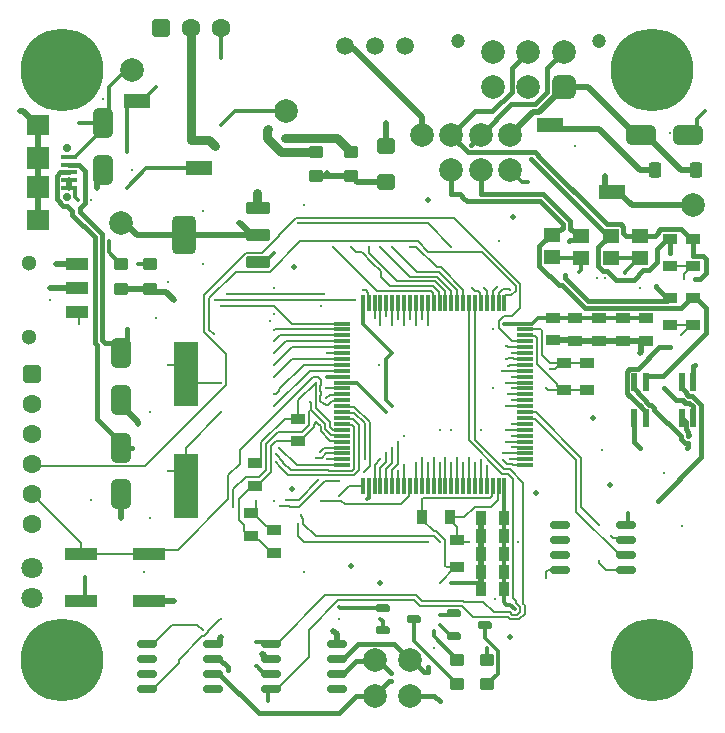
<source format=gtl>
G04*
G04 #@! TF.GenerationSoftware,Altium Limited,Altium Designer,23.11.1 (41)*
G04*
G04 Layer_Physical_Order=1*
G04 Layer_Color=255*
%FSLAX44Y44*%
%MOMM*%
G71*
G04*
G04 #@! TF.SameCoordinates,6A4E213B-EB00-483D-B04E-4E1FD21C6EA7*
G04*
G04*
G04 #@! TF.FilePolarity,Positive*
G04*
G01*
G75*
%ADD15C,0.2000*%
%ADD17R,1.3000X0.9000*%
%ADD18R,0.9000X1.3000*%
%ADD19C,2.0000*%
%ADD20R,1.3500X1.1500*%
G04:AMPARAMS|DCode=21|XSize=0.65mm|YSize=1.2mm|CornerRadius=0.1625mm|HoleSize=0mm|Usage=FLASHONLY|Rotation=90.000|XOffset=0mm|YOffset=0mm|HoleType=Round|Shape=RoundedRectangle|*
%AMROUNDEDRECTD21*
21,1,0.6500,0.8750,0,0,90.0*
21,1,0.3250,1.2000,0,0,90.0*
1,1,0.3250,0.4375,0.1625*
1,1,0.3250,0.4375,-0.1625*
1,1,0.3250,-0.4375,-0.1625*
1,1,0.3250,-0.4375,0.1625*
%
%ADD21ROUNDEDRECTD21*%
G04:AMPARAMS|DCode=22|XSize=0.65mm|YSize=1.7mm|CornerRadius=0.1625mm|HoleSize=0mm|Usage=FLASHONLY|Rotation=90.000|XOffset=0mm|YOffset=0mm|HoleType=Round|Shape=RoundedRectangle|*
%AMROUNDEDRECTD22*
21,1,0.6500,1.3750,0,0,90.0*
21,1,0.3250,1.7000,0,0,90.0*
1,1,0.3250,0.6875,0.1625*
1,1,0.3250,0.6875,-0.1625*
1,1,0.3250,-0.6875,-0.1625*
1,1,0.3250,-0.6875,0.1625*
%
%ADD22ROUNDEDRECTD22*%
%ADD23R,0.3000X1.4750*%
%ADD24R,1.4750X0.3000*%
%ADD25R,1.9000X1.9000*%
%ADD26R,1.9000X1.8000*%
%ADD27R,1.3500X0.4000*%
G04:AMPARAMS|DCode=28|XSize=1.2mm|YSize=1.1mm|CornerRadius=0.275mm|HoleSize=0mm|Usage=FLASHONLY|Rotation=180.000|XOffset=0mm|YOffset=0mm|HoleType=Round|Shape=RoundedRectangle|*
%AMROUNDEDRECTD28*
21,1,1.2000,0.5500,0,0,180.0*
21,1,0.6500,1.1000,0,0,180.0*
1,1,0.5500,-0.3250,0.2750*
1,1,0.5500,0.3250,0.2750*
1,1,0.5500,0.3250,-0.2750*
1,1,0.5500,-0.3250,-0.2750*
%
%ADD28ROUNDEDRECTD28*%
G04:AMPARAMS|DCode=29|XSize=1.7mm|YSize=2.5mm|CornerRadius=0.425mm|HoleSize=0mm|Usage=FLASHONLY|Rotation=0.000|XOffset=0mm|YOffset=0mm|HoleType=Round|Shape=RoundedRectangle|*
%AMROUNDEDRECTD29*
21,1,1.7000,1.6500,0,0,0.0*
21,1,0.8500,2.5000,0,0,0.0*
1,1,0.8500,0.4250,-0.8250*
1,1,0.8500,-0.4250,-0.8250*
1,1,0.8500,-0.4250,0.8250*
1,1,0.8500,0.4250,0.8250*
%
%ADD29ROUNDEDRECTD29*%
G04:AMPARAMS|DCode=30|XSize=1.7mm|YSize=2.5mm|CornerRadius=0.425mm|HoleSize=0mm|Usage=FLASHONLY|Rotation=270.000|XOffset=0mm|YOffset=0mm|HoleType=Round|Shape=RoundedRectangle|*
%AMROUNDEDRECTD30*
21,1,1.7000,1.6500,0,0,270.0*
21,1,0.8500,2.5000,0,0,270.0*
1,1,0.8500,-0.8250,-0.4250*
1,1,0.8500,-0.8250,0.4250*
1,1,0.8500,0.8250,0.4250*
1,1,0.8500,0.8250,-0.4250*
%
%ADD30ROUNDEDRECTD30*%
%ADD31R,2.2000X1.3000*%
G04:AMPARAMS|DCode=32|XSize=1.3mm|YSize=1.1mm|CornerRadius=0.275mm|HoleSize=0mm|Usage=FLASHONLY|Rotation=90.000|XOffset=0mm|YOffset=0mm|HoleType=Round|Shape=RoundedRectangle|*
%AMROUNDEDRECTD32*
21,1,1.3000,0.5500,0,0,90.0*
21,1,0.7500,1.1000,0,0,90.0*
1,1,0.5500,0.2750,0.3750*
1,1,0.5500,0.2750,-0.3750*
1,1,0.5500,-0.2750,-0.3750*
1,1,0.5500,-0.2750,0.3750*
%
%ADD32ROUNDEDRECTD32*%
%ADD33R,0.5500X1.5000*%
G04:AMPARAMS|DCode=34|XSize=3.3mm|YSize=2.1mm|CornerRadius=0.525mm|HoleSize=0mm|Usage=FLASHONLY|Rotation=270.000|XOffset=0mm|YOffset=0mm|HoleType=Round|Shape=RoundedRectangle|*
%AMROUNDEDRECTD34*
21,1,3.3000,1.0500,0,0,270.0*
21,1,2.2500,2.1000,0,0,270.0*
1,1,1.0500,-0.5250,-1.1250*
1,1,1.0500,-0.5250,1.1250*
1,1,1.0500,0.5250,1.1250*
1,1,1.0500,0.5250,-1.1250*
%
%ADD34ROUNDEDRECTD34*%
G04:AMPARAMS|DCode=35|XSize=1mm|YSize=2.1mm|CornerRadius=0.25mm|HoleSize=0mm|Usage=FLASHONLY|Rotation=270.000|XOffset=0mm|YOffset=0mm|HoleType=Round|Shape=RoundedRectangle|*
%AMROUNDEDRECTD35*
21,1,1.0000,1.6000,0,0,270.0*
21,1,0.5000,2.1000,0,0,270.0*
1,1,0.5000,-0.8000,-0.2500*
1,1,0.5000,-0.8000,0.2500*
1,1,0.5000,0.8000,0.2500*
1,1,0.5000,0.8000,-0.2500*
%
%ADD35ROUNDEDRECTD35*%
%ADD36R,2.7500X1.0000*%
%ADD37R,1.9000X1.0000*%
%ADD38R,2.0000X5.5000*%
G04:AMPARAMS|DCode=39|XSize=1.6mm|YSize=1.4mm|CornerRadius=0.35mm|HoleSize=0mm|Usage=FLASHONLY|Rotation=180.000|XOffset=0mm|YOffset=0mm|HoleType=Round|Shape=RoundedRectangle|*
%AMROUNDEDRECTD39*
21,1,1.6000,0.7000,0,0,180.0*
21,1,0.9000,1.4000,0,0,180.0*
1,1,0.7000,-0.4500,0.3500*
1,1,0.7000,0.4500,0.3500*
1,1,0.7000,0.4500,-0.3500*
1,1,0.7000,-0.4500,-0.3500*
%
%ADD39ROUNDEDRECTD39*%
%ADD75C,0.3000*%
%ADD76C,0.3810*%
%ADD77C,0.5000*%
%ADD78C,0.8000*%
G04:AMPARAMS|DCode=79|XSize=2mm|YSize=2mm|CornerRadius=0.5mm|HoleSize=0mm|Usage=FLASHONLY|Rotation=90.000|XOffset=0mm|YOffset=0mm|HoleType=Round|Shape=RoundedRectangle|*
%AMROUNDEDRECTD79*
21,1,2.0000,1.0000,0,0,90.0*
21,1,1.0000,2.0000,0,0,90.0*
1,1,1.0000,0.5000,0.5000*
1,1,1.0000,0.5000,-0.5000*
1,1,1.0000,-0.5000,-0.5000*
1,1,1.0000,-0.5000,0.5000*
%
%ADD79ROUNDEDRECTD79*%
%ADD80C,1.2000*%
%ADD81C,7.0000*%
%ADD82C,0.7000*%
%ADD83C,1.5000*%
%ADD84C,1.6000*%
G04:AMPARAMS|DCode=85|XSize=1.6mm|YSize=1.6mm|CornerRadius=0.4mm|HoleSize=0mm|Usage=FLASHONLY|Rotation=0.000|XOffset=0mm|YOffset=0mm|HoleType=Round|Shape=RoundedRectangle|*
%AMROUNDEDRECTD85*
21,1,1.6000,0.8000,0,0,0.0*
21,1,0.8000,1.6000,0,0,0.0*
1,1,0.8000,0.4000,-0.4000*
1,1,0.8000,-0.4000,-0.4000*
1,1,0.8000,-0.4000,0.4000*
1,1,0.8000,0.4000,0.4000*
%
%ADD85ROUNDEDRECTD85*%
G04:AMPARAMS|DCode=86|XSize=1.6mm|YSize=1.6mm|CornerRadius=0.4mm|HoleSize=0mm|Usage=FLASHONLY|Rotation=270.000|XOffset=0mm|YOffset=0mm|HoleType=Round|Shape=RoundedRectangle|*
%AMROUNDEDRECTD86*
21,1,1.6000,0.8000,0,0,270.0*
21,1,0.8000,1.6000,0,0,270.0*
1,1,0.8000,-0.4000,-0.4000*
1,1,0.8000,-0.4000,0.4000*
1,1,0.8000,0.4000,0.4000*
1,1,0.8000,0.4000,-0.4000*
%
%ADD86ROUNDEDRECTD86*%
%ADD87C,1.3000*%
%ADD88C,1.8000*%
%ADD89C,0.3000*%
%ADD90C,0.5000*%
D15*
X425626Y364467D02*
X426111Y363981D01*
X429278D01*
X420500Y360998D02*
X423969Y364467D01*
X434500Y362457D02*
Y366864D01*
X423969Y364467D02*
X425626D01*
X429278Y363981D02*
X429469Y363790D01*
X425500Y358755D02*
X430798D01*
X434500Y362457D01*
X407701Y364993D02*
X410000Y362694D01*
Y352380D02*
Y362694D01*
Y352380D02*
X410000Y352380D01*
X397501Y364993D02*
X397772D01*
X400009Y362755D02*
X402743D01*
X397772Y364993D02*
X400009Y362755D01*
X402743D02*
X404500Y360998D01*
X576672Y377172D02*
X583000Y383500D01*
X576672Y373110D02*
Y377172D01*
X576635Y373074D02*
X576672Y373110D01*
X395000Y236140D02*
Y352380D01*
X260771Y261979D02*
Y268156D01*
X253743Y243000D02*
X259500Y248757D01*
Y260708D01*
X260682Y268200D02*
X260873Y268391D01*
X259500Y260708D02*
X260771Y261979D01*
X267257Y250065D02*
X269245Y248077D01*
Y243944D02*
Y248077D01*
X266820Y250065D02*
X267257D01*
X264000Y249115D02*
X264944Y250060D01*
X265135Y251751D02*
X266820Y250065D01*
X264944Y250060D02*
Y251288D01*
X260727Y268200D02*
X260771Y268156D01*
X264944Y251288D02*
X265136Y251480D01*
X264000Y247500D02*
Y249115D01*
X252000Y235500D02*
X264000Y247500D01*
X460253Y119747D02*
Y124778D01*
X420500Y331172D02*
Y336864D01*
X424618Y340982D02*
X431665D01*
X420500Y331172D02*
X431665Y320007D01*
X420500Y336864D02*
X424618Y340982D01*
X382521Y424500D02*
X438500Y368521D01*
X360000Y420000D02*
X380000Y400000D01*
X233957Y409179D02*
Y410321D01*
X248136Y424500D01*
X382521D01*
X206222Y395000D02*
X219778D01*
X250000Y420000D02*
X360000D01*
X295000Y400000D02*
X299500Y395500D01*
X317245Y362755D02*
X357257D01*
X280000Y400000D02*
X317245Y362755D01*
X299500Y395500D02*
X303843D01*
X429019Y300007D02*
X444045D01*
X295000Y355000D02*
X298310D01*
X180000D02*
X295000D01*
X190000Y360000D02*
X272500D01*
X185000Y350000D02*
X230000D01*
X175000Y356364D02*
X197636Y379000D01*
X175000Y330271D02*
Y356364D01*
X428414Y299402D02*
X429019Y300007D01*
X428143Y299402D02*
X428414D01*
X423057Y294902D02*
X438941D01*
X422960Y294804D02*
X423057Y294902D01*
X438941D02*
X439045Y295007D01*
X431665Y230271D02*
X431801Y230135D01*
X443916D01*
X424507Y224996D02*
X439035D01*
X423462Y225771D02*
X423733D01*
X424507Y224996D01*
X443916Y230135D02*
X444045Y230007D01*
X427165Y215995D02*
X431056D01*
X423796Y219364D02*
X427165Y215995D01*
X423144Y207995D02*
X427743D01*
X432000Y102257D02*
Y203738D01*
X441000Y97515D02*
Y200394D01*
X424801Y211995D02*
X429399D01*
X400000Y236796D02*
X424801Y211995D01*
X410000Y197620D02*
X410000Y197620D01*
X410000Y197620D02*
Y214472D01*
X395000Y236140D02*
X423144Y207995D01*
X429932Y220495D02*
X430202D01*
X430698Y220000D01*
X442380D01*
X272272Y230000D02*
X287620D01*
X268636Y226364D02*
X272272Y230000D01*
X252524Y172205D02*
Y172476D01*
Y172205D02*
X254803Y169926D01*
Y165197D02*
Y169926D01*
X175068Y329932D02*
X178822Y326178D01*
X175000Y330271D02*
X175068Y330202D01*
Y329932D02*
Y330202D01*
X170500Y328136D02*
Y359278D01*
X189500Y283136D02*
Y309136D01*
X170500Y359278D02*
X206222Y395000D01*
X170500Y328136D02*
X189500Y309136D01*
X330000Y333500D02*
Y350880D01*
X315000Y339500D02*
Y352380D01*
X325000Y341364D02*
Y352380D01*
X320000Y333500D02*
Y350880D01*
X309500Y352880D02*
Y360998D01*
Y352880D02*
X310000Y352380D01*
X305191Y363064D02*
X307434D01*
X309500Y360998D01*
X305000Y363255D02*
X305191Y363064D01*
X340000Y333500D02*
Y350880D01*
X345000Y338500D02*
Y352380D01*
X335000Y338500D02*
Y355880D01*
X345000Y352380D02*
Y355880D01*
X252278Y404500D02*
X351655D01*
X226778Y379000D02*
X252278Y404500D01*
X350000Y333500D02*
Y350880D01*
X351655Y404500D02*
X360654Y395500D01*
X360000Y333500D02*
Y350880D01*
X355000Y352380D02*
Y355880D01*
Y338500D02*
Y352380D01*
X431674Y310009D02*
X444043D01*
X428296Y315007D02*
X439045D01*
X426936Y304612D02*
X427841Y305517D01*
X426936Y316367D02*
X428296Y315007D01*
X426665Y316367D02*
X426936D01*
X426665Y304612D02*
X426936D01*
X427841Y305517D02*
X432519D01*
X275000Y310000D02*
X287620D01*
X275000Y310000D02*
X275000Y310000D01*
X231475Y217500D02*
X235195Y213780D01*
Y213442D02*
X241636Y207000D01*
X265000Y221500D02*
X270136D01*
X235195Y213442D02*
Y213780D01*
X270136Y221500D02*
X273636Y225000D01*
X306408Y209719D02*
X310995Y214306D01*
X306495Y220000D02*
Y250556D01*
X315000Y215000D02*
X320000Y220000D01*
X310995Y214306D02*
Y251713D01*
X320000Y199120D02*
Y212678D01*
X315000Y204120D02*
Y215000D01*
X320000Y212678D02*
X325000Y217678D01*
X297551Y259500D02*
X306495Y250556D01*
X250303Y154697D02*
Y165303D01*
X214643Y178000D02*
Y185000D01*
X210000Y174500D02*
X211143D01*
X235303Y180303D02*
X243317D01*
X250303Y154697D02*
X255000Y150000D01*
X254803Y165197D02*
X265000Y155000D01*
X211143Y174500D02*
X214643Y178000D01*
X243317Y180303D02*
X243621Y180000D01*
X251364D01*
X490000D02*
X505253Y164747D01*
X429630Y90500D02*
X431636Y88494D01*
X435364Y97494D02*
X438000Y94858D01*
X427973Y86500D02*
X429979Y84494D01*
X460253Y124778D02*
X461425Y125950D01*
X472000D01*
X438000Y91130D02*
Y94858D01*
X435364Y88494D02*
X438000Y91130D01*
X431636Y88494D02*
X435364D01*
X415781Y90500D02*
X429630D01*
X437021Y84494D02*
X442000Y89473D01*
X434500Y98358D02*
Y99757D01*
X398041Y86500D02*
X427973D01*
X429979Y84494D02*
X437021D01*
X442000Y89473D02*
Y96515D01*
X441000Y97515D02*
X442000Y96515D01*
X434500Y98358D02*
X435364Y97494D01*
X505000Y132171D02*
Y134144D01*
X526136Y153214D02*
X528000Y151350D01*
X515271Y155000D02*
X517057Y153214D01*
X515000Y155000D02*
X515271D01*
X517057Y153214D02*
X526136D01*
X431665Y290007D02*
X444045D01*
X431665Y270007D02*
X444045D01*
X444043Y310009D02*
X444045Y310007D01*
X426665Y285007D02*
X439045D01*
X431665Y320007D02*
X444045D01*
X431665Y280007D02*
X444045D01*
X428165Y275007D02*
X440545D01*
X431665Y340982D02*
X438500Y347816D01*
X419069Y365931D02*
Y365931D01*
X415500Y352880D02*
Y362362D01*
X433029Y305007D02*
X439045D01*
X438500Y347816D02*
Y368521D01*
X432519Y305517D02*
X433029Y305007D01*
X360654Y395500D02*
X405864D01*
X434500Y366864D01*
X415000Y352380D02*
X415500Y352880D01*
X431665Y310017D02*
X431674Y310009D01*
X415500Y362362D02*
X419069Y365931D01*
X461771Y278500D02*
X473000D01*
X460271Y280000D02*
X461771Y278500D01*
X463418Y296582D02*
X468082D01*
X460000Y280000D02*
X460271D01*
X239834Y185618D02*
X250618D01*
X406781Y99500D02*
X415781Y90500D01*
X432000Y102257D02*
X434500Y99757D01*
X390698Y99500D02*
X406781D01*
X390448Y99750D02*
X390698Y99500D01*
X485942Y175458D02*
X522750Y138650D01*
X442380Y255000D02*
X442880Y255500D01*
X468082Y296582D02*
X473000Y301500D01*
X463500D02*
X473000D01*
X173978Y75069D02*
X183718Y84809D01*
X149246Y47946D02*
Y50337D01*
X127250Y25950D02*
X149246Y47946D01*
X170621Y70300D02*
X173978Y73658D01*
X169209Y70300D02*
X170621D01*
X173978Y73658D02*
Y75069D01*
X165000Y80000D02*
X169478Y75522D01*
X149246Y50337D02*
X169209Y70300D01*
X143200Y80000D02*
X165000D01*
X140000Y210000D02*
X146000D01*
X155000Y201000D01*
X265500Y263136D02*
Y267783D01*
X276974Y274914D02*
X287534D01*
X273682Y271622D02*
X276974Y274914D01*
X265182Y268101D02*
Y277182D01*
X270000Y282682D02*
Y287071D01*
X287534Y274914D02*
X287620Y275000D01*
X269182Y269758D02*
X271818Y267122D01*
X269182Y278136D02*
X270000Y277318D01*
Y274304D02*
Y277318D01*
X269182Y273486D02*
X270000Y274304D01*
X269182Y281864D02*
X270000Y282682D01*
X265182Y268101D02*
X265500Y267783D01*
X269182Y278136D02*
Y281864D01*
Y269758D02*
Y273486D01*
X273682Y280000D02*
X287620D01*
X271818Y267122D02*
X272878D01*
X273923Y266077D01*
X265000Y277364D02*
X265182Y277182D01*
X273636Y225000D02*
X287620D01*
X275000Y220000D02*
X275000Y220000D01*
X287620D01*
X276521Y210500D02*
X296238D01*
X276021Y211000D02*
X276521Y210500D01*
X274864Y206500D02*
X297894D01*
X274364Y207000D02*
X274864Y206500D01*
X244000Y211000D02*
X276021D01*
X250618Y185618D02*
X267500Y202500D01*
X237833Y217167D02*
X244000Y211000D01*
X241636Y207000D02*
X274364D01*
X230000Y350000D02*
X245000Y335000D01*
X287620D01*
X230005Y329531D02*
X230276D01*
X230745Y330000D02*
X287620D01*
X230276Y329531D02*
X230745Y330000D01*
X235000Y325000D02*
X287620D01*
X230000Y320000D02*
X235000Y325000D01*
X348593Y100750D02*
X353593Y95750D01*
X350000Y105000D02*
X355250Y99750D01*
X388791Y95750D02*
X398041Y86500D01*
X353593Y95750D02*
X388791D01*
X355250Y99750D02*
X390448D01*
X289561Y181803D02*
X337301D01*
X286864Y184500D02*
X289561Y181803D01*
X337301D02*
X344500Y189002D01*
X429399Y211995D02*
X441000Y200394D01*
X283136Y184500D02*
X286864D01*
X282636Y185000D02*
X283136Y184500D01*
X293620Y197620D02*
X305000D01*
X270000Y185000D02*
X282636D01*
X285000Y189000D02*
X293620Y197620D01*
X376500Y128500D02*
X383000D01*
X370191Y115191D02*
Y115691D01*
X370000Y115000D02*
X370191Y115191D01*
X383000Y128500D02*
X385000D01*
X370191Y115691D02*
X383000Y128500D01*
X386500Y150000D02*
X395000D01*
X385000Y151500D02*
X386500Y150000D01*
X565000Y383500D02*
X583000D01*
X585000D01*
X565000Y333500D02*
X583000D01*
X574595Y325000D02*
Y325095D01*
X583000Y333500D02*
X585000D01*
X574595Y325095D02*
X583000Y333500D01*
X473000Y301500D02*
X475000D01*
X473000Y278500D02*
X475000D01*
X456827Y308173D02*
X463500Y301500D01*
X455655Y330000D02*
X456827Y328828D01*
X442380Y330000D02*
X455655D01*
X456827Y308173D02*
Y328828D01*
X469500Y282000D02*
X473000Y278500D01*
X452755Y300745D02*
X469500Y284000D01*
X452755Y300745D02*
Y322743D01*
X450998Y324500D02*
X452755Y322743D01*
X442880Y324500D02*
X450998D01*
X469500Y282000D02*
Y284000D01*
X442380Y325000D02*
X442880Y324500D01*
X475000Y278500D02*
X495000D01*
X475000Y301500D02*
X495000D01*
X400000Y180000D02*
X413601D01*
X419551Y185950D02*
Y197171D01*
X413601Y180000D02*
X419551Y185950D01*
Y197171D02*
X420000Y197620D01*
X355000Y171550D02*
Y186073D01*
X412743Y187245D02*
X414500Y189002D01*
X355000Y186073D02*
X356172Y187245D01*
X412743D01*
X391000Y171000D02*
X400000Y180000D01*
X378550Y171000D02*
X391000D01*
X378550Y169000D02*
X385000Y162550D01*
Y151500D02*
Y162550D01*
X378550Y169000D02*
Y171000D01*
X375000Y130000D02*
X376500Y128500D01*
X367364Y159000D02*
X375000Y151364D01*
Y130000D02*
Y151364D01*
X355550Y169000D02*
Y171000D01*
Y169000D02*
X365550Y159000D01*
X367364D01*
X355000Y171550D02*
X355550Y171000D01*
X414500Y197120D02*
X415000Y197620D01*
X414500Y189002D02*
Y197120D01*
X261000Y261979D02*
X273245Y249734D01*
X195053Y194496D02*
X205732Y205175D01*
X217218D02*
X222975Y210932D01*
X211475Y197675D02*
X215475D01*
X191053Y206710D02*
X200689Y216346D01*
X215475Y197675D02*
X226975Y209175D01*
X222975Y210932D02*
Y232975D01*
X231157Y235500D02*
X252000D01*
X148500Y143500D02*
X191053Y186053D01*
Y206710D01*
X200689Y216346D02*
Y227760D01*
X233000Y243000D02*
X253743D01*
X222975Y232975D02*
X233000Y243000D01*
X205732Y205175D02*
X217218D01*
X231475Y224318D02*
X237833Y217960D01*
X226975Y209175D02*
Y231318D01*
X237833Y217167D02*
Y217960D01*
X195053Y179947D02*
Y194496D01*
X226975Y231318D02*
X231157Y235500D01*
X265500Y263136D02*
X277245Y251391D01*
X267071Y290000D02*
X270000Y287071D01*
X262929Y290000D02*
X267071D01*
X200689Y227760D02*
X262929Y290000D01*
X250000Y254500D02*
Y270000D01*
X265000Y285000D01*
X230000Y265000D02*
X260000Y295000D01*
X238843Y254500D02*
X250000D01*
X218975Y234632D02*
X238843Y254500D01*
X200500Y186700D02*
X211475Y197675D01*
X200500Y168757D02*
Y186700D01*
X217000Y152000D02*
X228000Y141000D01*
X213500Y152000D02*
X217000D01*
X228000Y141000D02*
X230000D01*
X210000Y155500D02*
X213500Y152000D01*
X204500Y159000D02*
Y164757D01*
X200500Y168757D02*
X204500Y164757D01*
X208000Y155500D02*
X210000D01*
X204500Y159000D02*
X208000Y155500D01*
X212000Y174500D02*
X223000Y163500D01*
X226500D02*
X230000Y160000D01*
X210000Y174500D02*
X212000D01*
X223000Y163500D02*
X226500D01*
X218975Y220175D02*
Y234632D01*
X213475Y216675D02*
X215475D01*
X218975Y220175D01*
X273923Y266077D02*
X275580D01*
X279002Y269500D01*
X287120Y269500D02*
X287620Y270000D01*
X280073Y269500D02*
X280073Y269500D01*
X279002Y269500D02*
X280073D01*
X280073Y269500D02*
X287120D01*
X234500Y229997D02*
X249497Y215000D01*
X287620D01*
X505000Y132171D02*
X511221Y125950D01*
X66250Y140000D02*
X123750D01*
X127250Y143500D02*
X148500D01*
X219778Y395000D02*
X233957Y409179D01*
X120614Y214250D02*
X189500Y283136D01*
X25000Y215800D02*
X26550Y214250D01*
X120614D01*
X197636Y379000D02*
X226778D01*
X425000Y358255D02*
X425500Y358755D01*
X425000Y352380D02*
Y358255D01*
X371027Y382755D02*
X390000Y363782D01*
Y352380D02*
Y363782D01*
X65000Y335000D02*
Y342750D01*
X62750Y345000D02*
X65000Y342750D01*
X234500Y279500D02*
X255000Y300000D01*
X66250Y140000D02*
Y149150D01*
X25000Y190400D02*
X66250Y149150D01*
X273200Y105000D02*
X350000D01*
X227000Y64050D02*
X232250D01*
X273200Y105000D01*
X432045Y215007D02*
X439045D01*
X400000Y236796D02*
Y352380D01*
X431056Y215995D02*
X432045Y215007D01*
X405000Y204120D02*
Y219472D01*
X284386Y100750D02*
X348593D01*
X427743Y207995D02*
X432000Y203738D01*
X259250Y75614D02*
X284386Y100750D01*
X232250Y25950D02*
X259250Y52950D01*
Y75614D01*
X227000Y25950D02*
X232250D01*
X226740D02*
X227000D01*
X183718Y84809D02*
X184809D01*
X122000Y25950D02*
X127250D01*
X184809Y84809D02*
X185000Y85000D01*
X122000Y64050D02*
X127250D01*
X143200Y80000D01*
X155000Y292500D02*
X162500Y285000D01*
X185000D01*
X155000Y201000D02*
Y230000D01*
Y197500D02*
Y201000D01*
Y230000D02*
X185000Y260000D01*
X265000Y277364D02*
Y285000D01*
X260000Y295000D02*
X287620D01*
X234500Y278136D02*
Y279500D01*
X255000Y300000D02*
X287620D01*
X231864Y275500D02*
X234500Y278136D01*
X230000Y275000D02*
X230500Y275500D01*
X231864D01*
X140000Y300000D02*
X147500D01*
X155000Y292500D01*
X451326Y259828D02*
X490000Y221154D01*
Y180000D02*
Y221154D01*
X442380Y260000D02*
X442552Y259828D01*
X451326D01*
X511221Y125950D02*
X528000D01*
X485942Y175458D02*
Y219556D01*
X450998Y254500D02*
X485942Y219556D01*
X522750Y138650D02*
X528000D01*
X442880Y254500D02*
X450998D01*
X442380Y255000D02*
X442880Y254500D01*
X335000Y216364D02*
Y235000D01*
X330000Y217021D02*
Y230000D01*
X297995Y264713D02*
X310995Y251713D01*
X287907Y264713D02*
X297995D01*
X287620Y265000D02*
X287907Y264713D01*
X325000Y204120D02*
Y212021D01*
X330000Y217021D01*
X325000Y217678D02*
Y225000D01*
X330000Y199120D02*
Y211364D01*
X335000Y216364D01*
X273364Y202000D02*
X285000D01*
X251364Y180000D02*
X273364Y202000D01*
X288120Y259500D02*
X297551D01*
X287620Y260000D02*
X288120Y259500D01*
X301995Y210601D02*
Y249400D01*
X273245Y245601D02*
Y249734D01*
X277245Y247257D02*
Y251391D01*
X273245Y245601D02*
X278346Y240500D01*
X277245Y247257D02*
X279002Y245500D01*
X297894Y206500D02*
X301995Y210601D01*
X297995Y212257D02*
Y247743D01*
X296238Y210500D02*
X297995Y212257D01*
X287620Y255000D02*
X288120Y254500D01*
X296894D01*
X301995Y249400D01*
X296238Y249500D02*
X297995Y247743D01*
X288120Y249500D02*
X296238D01*
X287620Y250000D02*
X288120Y249500D01*
X245000Y305000D02*
X287620D01*
X230000Y290000D02*
X245000Y305000D01*
X230000Y300000D02*
X245000Y315000D01*
X287620D01*
X230000Y310000D02*
X240000Y320000D01*
X287620D01*
X287120Y240500D02*
X287620Y240000D01*
X278346Y240500D02*
X287120D01*
X277689Y235500D02*
X287120D01*
X269245Y243944D02*
X277689Y235500D01*
X287120D02*
X287620Y235000D01*
X280000Y245000D02*
X287620D01*
X279002Y245500D02*
X279500D01*
X280000Y245000D01*
X369500Y352880D02*
Y361655D01*
X364399Y366755D02*
X369500Y361655D01*
X374500Y352880D02*
Y362311D01*
X366056Y370755D02*
X374500Y362311D01*
X379713Y352667D02*
X380000Y352380D01*
X367713Y374755D02*
X379713Y362755D01*
Y352667D02*
Y362755D01*
X352287Y374755D02*
X367713D01*
X369370Y378755D02*
X384500Y363625D01*
Y352880D02*
Y363625D01*
X310000Y395000D02*
Y400000D01*
Y395000D02*
X334245Y370755D01*
X303843Y395500D02*
X305000Y394343D01*
X364500Y352380D02*
Y360998D01*
X328257Y366755D02*
X355601D01*
X350498Y400000D02*
X367743Y382755D01*
X320250Y374762D02*
X328257Y366755D01*
X353944Y370755D02*
X353944Y370755D01*
X320000Y400000D02*
X345245Y374755D01*
X367743Y382755D02*
X371027D01*
X355601Y366755D02*
X364399D01*
X362743Y362755D02*
X364500Y360998D01*
Y352380D02*
X365000D01*
X345245Y374755D02*
X352287D01*
X357257Y362755D02*
X362743D01*
X353944Y370755D02*
X366056D01*
X330000Y400000D02*
X351245Y378755D01*
X369370D01*
X357257Y362755D02*
X357257Y362755D01*
X355601Y366755D02*
X355601Y366755D01*
X334245Y370755D02*
X353944D01*
X352287Y374755D02*
X352287Y374755D01*
X305000Y394343D02*
X312172Y387172D01*
X305000Y394343D02*
Y394343D01*
X369500Y352880D02*
X370000Y352380D01*
X320250Y374762D02*
Y379093D01*
X312172Y387172D02*
X320250Y379093D01*
X374500Y352880D02*
X375000Y352380D01*
X384500Y352880D02*
X385000Y352380D01*
X345000Y400000D02*
X350498D01*
X404500Y352880D02*
Y360998D01*
Y352880D02*
X405000Y352380D01*
X420500Y352880D02*
Y360998D01*
X420000Y352380D02*
X420500Y352880D01*
X365000Y155000D02*
X370000Y150000D01*
X265000Y155000D02*
X365000D01*
X255000Y150000D02*
X360000D01*
X340000Y199120D02*
Y215000D01*
X335000Y204120D02*
Y210000D01*
X344500Y197120D02*
X345000Y197620D01*
X344500Y189002D02*
Y197120D01*
X350000Y199120D02*
Y216500D01*
X355000Y204120D02*
Y221500D01*
X360000Y199120D02*
Y216500D01*
X365000Y204120D02*
Y221500D01*
X370000Y199120D02*
Y216500D01*
X375000Y204120D02*
Y221500D01*
X380000Y199120D02*
Y216500D01*
X385000Y204120D02*
Y221500D01*
X390000Y199120D02*
Y216500D01*
X395000Y204120D02*
Y221500D01*
X400000Y199120D02*
Y216500D01*
X431665Y250007D02*
X444045D01*
X431665Y240007D02*
X444045D01*
X426665Y265007D02*
X439045D01*
X426665Y245007D02*
X439045D01*
X426665Y235007D02*
X439045D01*
X442380Y220000D02*
X442380Y220000D01*
D17*
X385000Y151500D02*
D03*
Y128500D02*
D03*
X475000Y301500D02*
D03*
Y278500D02*
D03*
X495000Y301500D02*
D03*
Y278500D02*
D03*
X565000Y356500D02*
D03*
Y333500D02*
D03*
X585000Y356500D02*
D03*
Y333500D02*
D03*
X565000Y383500D02*
D03*
Y406500D02*
D03*
X585000Y383500D02*
D03*
Y406500D02*
D03*
X230000Y141000D02*
D03*
Y160000D02*
D03*
X210000Y155500D02*
D03*
Y174500D02*
D03*
X213475Y197675D02*
D03*
Y216675D02*
D03*
X250000Y235500D02*
D03*
Y254500D02*
D03*
X545000Y320500D02*
D03*
Y339500D02*
D03*
X525000Y320500D02*
D03*
Y339500D02*
D03*
X505000Y320500D02*
D03*
Y339500D02*
D03*
X485000Y320500D02*
D03*
Y339500D02*
D03*
X466500Y320943D02*
D03*
Y339943D02*
D03*
D18*
X378550Y171000D02*
D03*
X355550D02*
D03*
X424500Y170000D02*
D03*
X405500D02*
D03*
X424500Y110000D02*
D03*
X405500D02*
D03*
X424500Y125000D02*
D03*
X405500D02*
D03*
X424500Y140000D02*
D03*
X405500D02*
D03*
X424500Y155000D02*
D03*
X405500D02*
D03*
D19*
X315000Y50000D02*
D03*
X430000Y465000D02*
D03*
X345000Y50000D02*
D03*
Y20000D02*
D03*
X315000D02*
D03*
X100000Y420000D02*
D03*
X585000Y435000D02*
D03*
X355000Y495000D02*
D03*
X405000Y465000D02*
D03*
Y495000D02*
D03*
X380000D02*
D03*
Y465000D02*
D03*
X110000Y550000D02*
D03*
X240000Y515000D02*
D03*
X430000Y495000D02*
D03*
X415000Y535000D02*
D03*
X445000D02*
D03*
X415000Y565000D02*
D03*
X445000D02*
D03*
X475000D02*
D03*
D20*
X540000Y390750D02*
D03*
Y409250D02*
D03*
X515000Y390750D02*
D03*
Y409250D02*
D03*
X490000D02*
D03*
Y390750D02*
D03*
X465000Y410000D02*
D03*
Y391500D02*
D03*
D21*
X348000Y85000D02*
D03*
X322000Y75500D02*
D03*
Y94500D02*
D03*
X382500Y89500D02*
D03*
Y70500D02*
D03*
X408500Y80000D02*
D03*
D22*
X122000Y64050D02*
D03*
Y51350D02*
D03*
Y38650D02*
D03*
Y25950D02*
D03*
X178000Y64050D02*
D03*
Y51350D02*
D03*
Y38650D02*
D03*
Y25950D02*
D03*
X227000Y64050D02*
D03*
Y51350D02*
D03*
Y38650D02*
D03*
Y25950D02*
D03*
X283000Y64050D02*
D03*
Y51350D02*
D03*
Y38650D02*
D03*
Y25950D02*
D03*
X472000Y164050D02*
D03*
Y151350D02*
D03*
Y138650D02*
D03*
Y125950D02*
D03*
X528000Y164050D02*
D03*
Y151350D02*
D03*
Y138650D02*
D03*
Y125950D02*
D03*
D23*
X305000Y352380D02*
D03*
X310000D02*
D03*
X315000D02*
D03*
X320000D02*
D03*
X325000D02*
D03*
X330000D02*
D03*
X335000D02*
D03*
X340000D02*
D03*
X345000D02*
D03*
X350000D02*
D03*
X355000D02*
D03*
X360000D02*
D03*
X365000D02*
D03*
X370000D02*
D03*
X375000D02*
D03*
X380000D02*
D03*
X385000D02*
D03*
X390000D02*
D03*
X395000D02*
D03*
X400000D02*
D03*
X405000D02*
D03*
X410000D02*
D03*
X415000D02*
D03*
X420000D02*
D03*
X425000D02*
D03*
Y197620D02*
D03*
X420000D02*
D03*
X415000D02*
D03*
X410000D02*
D03*
X405000D02*
D03*
X400000D02*
D03*
X395000D02*
D03*
X390000D02*
D03*
X385000D02*
D03*
X380000D02*
D03*
X375000D02*
D03*
X370000D02*
D03*
X365000D02*
D03*
X360000D02*
D03*
X355000D02*
D03*
X350000D02*
D03*
X345000D02*
D03*
X340000D02*
D03*
X335000D02*
D03*
X330000D02*
D03*
X325000D02*
D03*
X320000D02*
D03*
X315000D02*
D03*
X310000D02*
D03*
X305000D02*
D03*
D24*
X442380Y335000D02*
D03*
Y330000D02*
D03*
Y325000D02*
D03*
Y320000D02*
D03*
Y315000D02*
D03*
Y310000D02*
D03*
Y305000D02*
D03*
Y300000D02*
D03*
Y295000D02*
D03*
Y290000D02*
D03*
Y285000D02*
D03*
Y280000D02*
D03*
Y275000D02*
D03*
Y270000D02*
D03*
Y265000D02*
D03*
Y260000D02*
D03*
Y255000D02*
D03*
Y250000D02*
D03*
Y245000D02*
D03*
Y240000D02*
D03*
Y235000D02*
D03*
Y230000D02*
D03*
Y225000D02*
D03*
Y220000D02*
D03*
Y215000D02*
D03*
X287620D02*
D03*
Y220000D02*
D03*
Y225000D02*
D03*
Y230000D02*
D03*
Y235000D02*
D03*
Y240000D02*
D03*
Y245000D02*
D03*
Y250000D02*
D03*
Y255000D02*
D03*
Y260000D02*
D03*
Y265000D02*
D03*
Y270000D02*
D03*
Y275000D02*
D03*
Y280000D02*
D03*
Y285000D02*
D03*
Y290000D02*
D03*
Y295000D02*
D03*
Y300000D02*
D03*
Y305000D02*
D03*
Y310000D02*
D03*
Y315000D02*
D03*
Y320000D02*
D03*
Y325000D02*
D03*
Y330000D02*
D03*
Y335000D02*
D03*
D25*
X29750Y475000D02*
D03*
Y451000D02*
D03*
D26*
Y503000D02*
D03*
Y423000D02*
D03*
D27*
X56500Y476000D02*
D03*
Y450000D02*
D03*
Y469500D02*
D03*
Y463000D02*
D03*
Y456500D02*
D03*
D28*
X385000Y29500D02*
D03*
Y50500D02*
D03*
X410000Y29500D02*
D03*
Y50500D02*
D03*
X295000Y459500D02*
D03*
Y480500D02*
D03*
X265000Y459500D02*
D03*
Y480500D02*
D03*
X125000Y385500D02*
D03*
Y364500D02*
D03*
X100000Y385500D02*
D03*
Y364500D02*
D03*
D29*
X85000Y465250D02*
D03*
Y504750D02*
D03*
X100000Y229750D02*
D03*
Y190250D02*
D03*
Y309750D02*
D03*
Y270250D02*
D03*
D30*
X580000Y495000D02*
D03*
X540500D02*
D03*
D31*
X463500Y503250D02*
D03*
X516433Y446683D02*
D03*
X166500Y466750D02*
D03*
X113567Y523317D02*
D03*
D32*
X587500Y465000D02*
D03*
X552500D02*
D03*
D33*
X545000Y285250D02*
D03*
X535000Y254750D02*
D03*
X545000D02*
D03*
X535000Y285250D02*
D03*
X585000D02*
D03*
X575000Y254750D02*
D03*
X585000D02*
D03*
X575000Y285250D02*
D03*
D34*
X153500Y410000D02*
D03*
D35*
X216500Y433000D02*
D03*
Y410000D02*
D03*
Y387000D02*
D03*
D36*
X123750Y100000D02*
D03*
X66250D02*
D03*
X123750Y140000D02*
D03*
X66250D02*
D03*
D37*
X62750Y345000D02*
D03*
Y365000D02*
D03*
Y385000D02*
D03*
D38*
X155000Y292500D02*
D03*
Y197500D02*
D03*
D39*
X325000Y455000D02*
D03*
Y485000D02*
D03*
D75*
X490000Y380384D02*
Y390750D01*
X488245Y378629D02*
X490000Y380384D01*
X527138Y377456D02*
Y378888D01*
X539000Y390750D01*
X305000Y335000D02*
Y352380D01*
Y335000D02*
X330000Y310000D01*
X325000Y305000D02*
X330000Y310000D01*
X325000Y270000D02*
Y305000D01*
Y270000D02*
X330000Y265000D01*
X425000Y335000D02*
X425000Y335000D01*
X442380D01*
X222000Y387000D02*
X230000Y395000D01*
X216500Y387000D02*
X222000D01*
X275000Y290000D02*
X287620D01*
X429694Y96800D02*
X433500Y92994D01*
X370000Y88359D02*
X381359D01*
X382500Y89500D01*
X424500Y99000D02*
X426700Y96800D01*
X424500Y110000D02*
Y125000D01*
Y99000D02*
Y110000D01*
X426700Y96800D02*
X429694D01*
X410000Y50500D02*
Y60250D01*
X530000Y165791D02*
Y175000D01*
X528260Y164050D02*
X530000Y165791D01*
X528000Y164050D02*
X528260D01*
X424500Y140000D02*
Y153123D01*
Y125000D02*
Y140000D01*
X448255Y335000D02*
X453198Y339943D01*
X466500D01*
X25000Y292000D02*
X29500Y287500D01*
X221750Y38650D02*
X227000D01*
X215400Y45000D02*
X221750Y38650D01*
X215000Y45000D02*
X215400D01*
X310000Y187607D02*
Y200000D01*
X310000D01*
X308697Y186303D02*
X310000Y187607D01*
X310000Y197620D02*
Y200000D01*
X430000Y465000D02*
X440000Y455000D01*
X430000Y465000D02*
X430000D01*
X440000Y455000D02*
X445000D01*
X105000Y450000D02*
X121750Y466750D01*
X166500D02*
X171000D01*
X581209Y495000D02*
X588000Y501791D01*
Y508000D02*
X595000Y515000D01*
X580000Y495000D02*
X581209D01*
X588000Y501791D02*
Y508000D01*
X56500Y450000D02*
X61250D01*
X61750Y449500D01*
Y442499D02*
Y449500D01*
Y442499D02*
X64249Y440000D01*
X370000Y80000D02*
X370250D01*
X379750Y70500D02*
X382500D01*
X370250Y80000D02*
X379750Y70500D01*
X322000Y75500D02*
Y83000D01*
X320000Y85000D02*
X322000Y83000D01*
X405500Y110000D02*
Y112000D01*
X402500Y115000D02*
X405500Y112000D01*
X380000Y115000D02*
X402500D01*
X115000Y385000D02*
X124500D01*
X89750Y395250D02*
X99500Y385500D01*
X89750Y395250D02*
Y405000D01*
X539000Y390750D02*
X540000D01*
X515000D02*
X540000D01*
X465000Y391500D02*
X465750Y390750D01*
X490000D01*
X408500Y68821D02*
Y80000D01*
X419500Y38500D02*
Y57821D01*
X410500Y29500D02*
X419500Y38500D01*
X408500Y68821D02*
X419500Y57821D01*
X410000Y29500D02*
X410500D01*
X348000Y66092D02*
Y85000D01*
X384592Y29500D02*
X385000D01*
X348000Y66092D02*
X384592Y29500D01*
X365000Y70500D02*
Y75000D01*
Y70500D02*
X385000Y50500D01*
X225000Y15000D02*
Y24209D01*
X123750Y140000D02*
X127250Y143500D01*
X70000Y103750D02*
Y120000D01*
X66250Y100000D02*
X70000Y103750D01*
X285000Y95000D02*
X285500Y94500D01*
X322000D01*
X385000Y29500D02*
X387046Y31546D01*
X345000Y83259D02*
X346740Y85000D01*
X348000D01*
X287620Y285000D02*
X300000D01*
X325000Y260000D01*
X425000Y153623D02*
Y197620D01*
X424500Y153123D02*
X425000Y153623D01*
X442380Y335000D02*
X448255D01*
X525000Y339500D02*
X545000D01*
X505000D02*
X525000D01*
X485000D02*
X505000D01*
X466943D02*
X485000D01*
X466500Y339943D02*
X466943Y339500D01*
X214500Y65750D02*
X214527Y65723D01*
X225327D02*
X227000Y64050D01*
X214527Y65723D02*
X225327D01*
X225000Y24209D02*
X226740Y25950D01*
X90000Y535000D02*
X110000Y555000D01*
X85000Y504750D02*
X90000Y509750D01*
Y535000D01*
X124500Y385000D02*
X125000Y385500D01*
X99500D02*
X100000D01*
X184970Y502941D02*
X197029Y515000D01*
X240000D01*
X185400Y560400D02*
Y585000D01*
X185000Y560000D02*
X185400Y560400D01*
X113567Y523317D02*
X118067D01*
X129750Y535000D01*
X130000D01*
X105000Y480000D02*
Y518317D01*
X110000Y523317D02*
X113567D01*
X105000Y518317D02*
X110000Y523317D01*
X121750Y466750D02*
X166500D01*
X65250Y504750D02*
X85000D01*
X65000Y505000D02*
X65250Y504750D01*
X85000Y499750D02*
Y504750D01*
X56500Y476000D02*
X61250D01*
X85000Y499750D01*
D76*
X512134Y379240D02*
X519323Y372051D01*
X534407D02*
X542365Y380009D01*
X519323Y372051D02*
X534407D01*
X564000Y355500D02*
X565000Y356500D01*
X562755Y354255D02*
X564000Y355500D01*
X553532Y365968D02*
X563000Y356500D01*
X553532Y365968D02*
Y366869D01*
X586537Y372677D02*
X590700D01*
X595405Y377383D01*
X504345Y383382D02*
X508488Y379240D01*
X504345Y383382D02*
Y399595D01*
X508488Y379240D02*
X512134D01*
X105000Y314750D02*
Y330000D01*
X100000Y309750D02*
X105000Y314750D01*
X360000Y43658D02*
Y44063D01*
X380000Y445000D02*
Y465000D01*
X405000Y445000D02*
X457694D01*
X380000D02*
X387093D01*
X396500Y486500D02*
X405000Y495000D01*
Y445000D02*
Y465000D01*
X100250Y230000D02*
X110000D01*
X100000Y229750D02*
X100250Y230000D01*
X547281Y380009D02*
X554386Y387114D01*
Y397886D01*
X542365Y380009D02*
X547281D01*
X315000Y50000D02*
X318313D01*
X329300Y39012D01*
X360000Y40000D02*
Y43658D01*
X347224Y50000D02*
X357224Y40000D01*
X360000D01*
X345000Y50000D02*
X347224D01*
X331095Y63905D02*
X345000Y50000D01*
X555000Y185000D02*
X591655Y221655D01*
Y265985D01*
X360000Y20000D02*
X365000D01*
X345000D02*
X360000D01*
X365000D02*
X370000Y15000D01*
X315000Y20000D02*
X327443Y32443D01*
X328728D01*
X580633Y241323D02*
X580978Y240978D01*
X580000Y230810D02*
Y233739D01*
X579190Y230000D02*
X580000Y230810D01*
X577593Y234190D02*
X579549D01*
X574190Y237593D02*
Y239549D01*
X580633Y241323D02*
Y243345D01*
X580000Y240000D02*
X580978Y240978D01*
X551655Y262084D02*
X574190Y239549D01*
X575000Y254750D02*
X578345Y251405D01*
Y245632D02*
X580633Y243345D01*
X578345Y245632D02*
Y251405D01*
X579549Y234190D02*
X580000Y233739D01*
X574190Y237593D02*
X577593Y234190D01*
X578345Y276133D02*
X580633Y273845D01*
X583795D02*
X591655Y265985D01*
X575000Y280500D02*
X578345Y277155D01*
Y276133D02*
Y277155D01*
X580633Y273845D02*
X583795D01*
X575000Y280500D02*
Y285250D01*
X576261Y270000D02*
X578226Y268035D01*
X581388D01*
X570000Y270000D02*
X576261D01*
X581388Y268035D02*
X584481Y264943D01*
Y255270D02*
X585000Y254750D01*
X584481Y255270D02*
Y264943D01*
X535000Y235000D02*
X540000Y230000D01*
X535000Y235000D02*
Y254750D01*
X538345Y276133D02*
X545000Y269478D01*
Y268739D02*
X547584Y266155D01*
X535000Y280000D02*
Y285250D01*
Y280000D02*
X538345Y276655D01*
Y276133D02*
Y276655D01*
X545000Y268739D02*
Y269478D01*
X547584Y266155D02*
X549367D01*
X551655Y263867D01*
Y262084D02*
Y263867D01*
X528345Y294368D02*
X530633Y296655D01*
X537677D02*
X556022Y315000D01*
X530633Y296655D02*
X537677D01*
X585000Y285250D02*
Y298650D01*
X586350Y300000D01*
X556022Y315000D02*
X565000D01*
X560000Y280000D02*
X570000Y270000D01*
X565000Y395000D02*
Y406500D01*
X585000Y391905D02*
X593117D01*
X595405Y389618D01*
X585000Y391905D02*
Y406500D01*
X595405Y377383D02*
Y389618D01*
X563000Y356500D02*
X565000D01*
X541655Y263345D02*
Y263867D01*
X538845Y266155D02*
X539367D01*
X528345Y276133D02*
X530633Y273845D01*
X541655Y263345D02*
X545000Y260000D01*
X528345Y276133D02*
Y294368D01*
X545000Y254750D02*
Y260000D01*
X539367Y266155D02*
X541655Y263867D01*
X531155Y273845D02*
X538845Y266155D01*
X530633Y273845D02*
X531155D01*
X585000Y356500D02*
X587000D01*
X595405Y348095D01*
Y327383D02*
Y348095D01*
X558867Y290845D02*
X595405Y327383D01*
X545000Y290000D02*
X545845Y290845D01*
X545000Y285250D02*
Y290000D01*
X545845Y290845D02*
X558867D01*
X495897Y354255D02*
X562755D01*
X476510Y373643D02*
X495897Y354255D01*
X454345Y384132D02*
X471121Y367356D01*
X473816D02*
X493267Y347905D01*
X476368Y376279D02*
X476510Y376137D01*
Y373643D02*
Y376137D01*
X471121Y367356D02*
X473816D01*
X493267Y347905D02*
X565385D01*
X565575Y348095D01*
X574595D01*
X583000Y356500D02*
X585000D01*
X574595Y348095D02*
X583000Y356500D01*
X454345Y384132D02*
Y400345D01*
X464000Y410000D02*
X465000D01*
X454345Y400345D02*
X464000Y410000D01*
X480000Y405000D02*
X480405Y405405D01*
X486155D02*
X490000Y409250D01*
X480405Y405405D02*
X486155D01*
X554595Y411482D02*
Y412617D01*
X556883Y414905D01*
X574595D01*
X540000Y409250D02*
X552363D01*
X554595Y411482D01*
X574595Y414905D02*
X583000Y406500D01*
X585000D01*
X504345Y399595D02*
X514000Y409250D01*
X515000D01*
X554386Y397886D02*
X563000Y406500D01*
X565000D01*
X183250Y51350D02*
X190769Y43831D01*
Y41976D02*
Y43831D01*
X178000Y51350D02*
X183250D01*
X283000D02*
X288250D01*
X300805Y63905D02*
X331095D01*
X288250Y51350D02*
X300805Y63905D01*
X299285Y49685D02*
X314685D01*
X288250Y38650D02*
X299285Y49685D01*
X314685D02*
X315000Y50000D01*
X216900Y5000D02*
X285000D01*
X178000Y38650D02*
X183250D01*
X216900Y5000D01*
X285000D02*
X299285Y19285D01*
X314285D02*
X315000Y20000D01*
X299285Y19285D02*
X314285D01*
X283000Y38650D02*
X288250D01*
X405000Y495000D02*
X430807Y520807D01*
X453650Y477172D02*
Y477918D01*
X451071Y480497D02*
X453650Y477918D01*
X380000Y494020D02*
X393870Y480150D01*
X422644Y480497D02*
X451071D01*
X422297Y480150D02*
X422644Y480497D01*
X393870Y480150D02*
X422297D01*
X380000Y494020D02*
Y495000D01*
X399764Y514764D02*
X414429D01*
X431095Y531430D01*
X380000Y495000D02*
X399764Y514764D01*
X509286Y412555D02*
X511695D01*
X515000Y409250D01*
X511917Y418905D02*
X523368D01*
X453650Y477172D02*
X511917Y418905D01*
X447694Y474147D02*
X509286Y412555D01*
X387093Y445000D02*
X389325Y442768D01*
X393045Y438650D02*
X455064D01*
X389325Y442370D02*
Y442768D01*
Y442370D02*
X393045Y438650D01*
X527887Y409250D02*
X540000D01*
X525655Y411482D02*
X527887Y409250D01*
X523368Y418905D02*
X525655Y416618D01*
Y411482D02*
Y416618D01*
X468845Y413845D02*
X472248D01*
X474480Y416077D01*
Y419233D01*
X486155Y413095D02*
X490000Y409250D01*
X480830Y415327D02*
X483062Y413095D01*
X480830Y415327D02*
Y421863D01*
X455064Y438650D02*
X474480Y419233D01*
X483062Y413095D02*
X486155D01*
X465000Y410000D02*
X468845Y413845D01*
X457694Y445000D02*
X480830Y421863D01*
X431095Y531430D02*
Y551095D01*
X445000Y565000D01*
X430807Y520807D02*
X450472D01*
X461095Y531430D01*
Y551095D01*
X475000Y565000D01*
X100000Y309750D02*
Y312481D01*
X77995Y318499D02*
Y408033D01*
X65551Y429457D02*
X84345Y410663D01*
X80000Y253750D02*
Y316494D01*
X77995Y318499D02*
X80000Y316494D01*
X86577Y318897D02*
X93583D01*
X84345Y321129D02*
Y410663D01*
Y321129D02*
X86577Y318897D01*
X93583D02*
X100000Y312481D01*
X80000Y253750D02*
X100000Y233750D01*
X69654Y436716D02*
Y464119D01*
X65551Y432613D02*
X69654Y436716D01*
X64367Y469405D02*
X69654Y464119D01*
X59201Y426827D02*
X77995Y408033D01*
X65551Y429457D02*
Y432613D01*
X59201Y426827D02*
Y430481D01*
X51183Y434845D02*
X54837D01*
X45845Y440183D02*
Y460117D01*
X54837Y434845D02*
X59201Y430481D01*
X45845Y440183D02*
X51183Y434845D01*
X100000Y229750D02*
Y233750D01*
X45845Y460117D02*
X48632Y462905D01*
X56405D01*
X56500Y463000D01*
X56595Y469405D02*
X64367D01*
X56500Y469500D02*
X56595Y469405D01*
D77*
X200000Y420000D02*
X201000D01*
X211000Y410000D01*
X275000Y460000D02*
Y462500D01*
X115000Y250000D02*
Y251250D01*
X123750Y100000D02*
X145000D01*
X145000Y100000D01*
X100000Y170000D02*
Y190250D01*
Y266250D02*
X115000Y251250D01*
X100000Y266250D02*
Y270250D01*
X45000Y385000D02*
X62750D01*
X114059Y410000D02*
X211000D01*
X106309Y417750D02*
X114059Y410000D01*
X40000Y365000D02*
X62750D01*
X125000Y364500D02*
X127846Y361654D01*
X138346D01*
X145000Y355000D01*
X184000Y64800D02*
Y69000D01*
X185000Y70000D01*
X178000Y64050D02*
X183250D01*
X184000Y64800D01*
X283000Y64050D02*
Y72000D01*
X280000Y75000D02*
X283000Y72000D01*
X221750Y51350D02*
X227000D01*
X221000Y52100D02*
X221750Y51350D01*
X221000Y52100D02*
Y54000D01*
X220000Y55000D02*
X221000Y54000D01*
X405500Y112000D02*
Y125000D01*
X525000Y320500D02*
X543000D01*
X545000D01*
X541000Y318500D02*
X543000Y320500D01*
X541000Y311000D02*
Y318500D01*
X540000Y310000D02*
X541000Y311000D01*
X300135Y455000D02*
X325000D01*
X295635Y459500D02*
X300135Y455000D01*
X295000Y459500D02*
X295635D01*
X275000Y460000D02*
X294500D01*
X295000Y459500D01*
X265000D02*
X265500Y460000D01*
X275000D01*
X80080Y450080D02*
Y460330D01*
X85000Y465250D01*
X80000Y450000D02*
X80080Y450080D01*
X15000Y515000D02*
X17250D01*
X29250Y503000D02*
X29750D01*
X17250Y515000D02*
X29250Y503000D01*
X289600Y570000D02*
X291513Y568087D01*
X296913D01*
X355000Y510000D01*
X475000Y535555D02*
X495945D01*
X453847Y514402D02*
X475000Y535555D01*
X405500Y155000D02*
Y170000D01*
Y125000D02*
Y155000D01*
X505000Y320500D02*
X525000D01*
X466721Y320721D02*
X484779D01*
X466500Y320943D02*
X466721Y320721D01*
X484779D02*
X485000Y320500D01*
X505000D01*
X100000Y364500D02*
X125000D01*
X325000Y485000D02*
Y505000D01*
X355000Y495000D02*
Y510000D01*
X532617Y435000D02*
X585000D01*
X520933Y446683D02*
X532617Y435000D01*
X516433Y446683D02*
X520933D01*
X430000Y495000D02*
X449402Y514402D01*
X453847D01*
X211000Y410000D02*
X216500D01*
X100000Y417750D02*
X106309D01*
X99750Y364750D02*
X100000Y364500D01*
X62750Y385000D02*
X67250D01*
X29750Y451000D02*
X35250Y456500D01*
X56500Y450000D02*
Y456500D01*
X29750Y423000D02*
Y451000D01*
Y475000D01*
Y503000D01*
X514000Y446683D02*
X516433D01*
X510000Y450683D02*
X514000Y446683D01*
X510000Y450683D02*
Y460000D01*
X505000Y500000D02*
X540000Y465000D01*
X463500Y503250D02*
X466750Y500000D01*
X540000Y465000D02*
X552500D01*
X466750Y500000D02*
X505000D01*
X587500Y465000D02*
X590000Y467500D01*
X544500Y495000D02*
X574500Y465000D01*
X587500D01*
X540500Y495000D02*
X544500D01*
X495945Y535555D02*
X536500Y495000D01*
X540500D01*
D78*
X215179Y434000D02*
Y445179D01*
Y434000D02*
X216179Y433000D01*
X216500D01*
X238770Y492000D02*
X283000D01*
X293500Y482000D02*
X295000Y480500D01*
X293000Y482000D02*
X293500D01*
X236127Y480500D02*
X265000D01*
X224127Y492500D02*
X236127Y480500D01*
X224127Y492500D02*
Y499127D01*
X225000Y500000D01*
X283000Y492000D02*
X293000Y482000D01*
X175000Y490000D02*
X180000Y485000D01*
X160000Y490000D02*
X175000D01*
X160000D02*
Y585000D01*
D79*
X475000Y535000D02*
D03*
D80*
X504690Y573890D02*
D03*
X385310D02*
D03*
D81*
X550000Y50000D02*
D03*
X50000Y550000D02*
D03*
X550000D02*
D03*
X50000Y50000D02*
D03*
D82*
X54250Y483750D02*
D03*
Y442250D02*
D03*
X550000Y77500D02*
D03*
X570000Y70000D02*
D03*
X577500Y50000D02*
D03*
X570000Y30000D02*
D03*
X550000Y22500D02*
D03*
X530000Y30000D02*
D03*
X522500Y50000D02*
D03*
X530000Y70000D02*
D03*
X50000Y577500D02*
D03*
X70000Y570000D02*
D03*
X77500Y550000D02*
D03*
X70000Y530000D02*
D03*
X50000Y522500D02*
D03*
X30000Y530000D02*
D03*
X22500Y550000D02*
D03*
X30000Y570000D02*
D03*
X550000Y577500D02*
D03*
X570000Y570000D02*
D03*
X577500Y550000D02*
D03*
X570000Y530000D02*
D03*
X550000Y522500D02*
D03*
X530000Y530000D02*
D03*
X522500Y550000D02*
D03*
X530000Y570000D02*
D03*
X30000Y70000D02*
D03*
X22500Y50000D02*
D03*
X30000Y30000D02*
D03*
X50000Y22500D02*
D03*
X70000Y30000D02*
D03*
X77500Y50000D02*
D03*
X70000Y70000D02*
D03*
X50000Y77500D02*
D03*
D83*
X340400Y570000D02*
D03*
X289600D02*
D03*
X315000D02*
D03*
D84*
X185400Y585000D02*
D03*
X160000D02*
D03*
X25000Y215800D02*
D03*
Y266600D02*
D03*
Y241200D02*
D03*
Y190400D02*
D03*
Y165000D02*
D03*
D85*
X134600Y585000D02*
D03*
D86*
X25000Y292000D02*
D03*
D87*
X22250Y323750D02*
D03*
Y386250D02*
D03*
D88*
X25000Y127700D02*
D03*
Y102300D02*
D03*
D89*
X503731Y373135D02*
D03*
X429469Y363790D02*
D03*
X407701Y364993D02*
D03*
X397501D02*
D03*
X488245Y378629D02*
D03*
X527138Y377456D02*
D03*
X553532Y366869D02*
D03*
X576635Y373074D02*
D03*
X586537Y372677D02*
D03*
X330000Y310000D02*
D03*
Y265000D02*
D03*
X265136Y251480D02*
D03*
X260682Y268200D02*
D03*
X509896Y373835D02*
D03*
X460253Y119747D02*
D03*
X425000Y335000D02*
D03*
X200000Y420000D02*
D03*
X250000D02*
D03*
X280000Y400000D02*
D03*
X295000D02*
D03*
X130000Y340000D02*
D03*
X298310Y355000D02*
D03*
X105000Y330000D02*
D03*
X190000Y360000D02*
D03*
X185000Y350000D02*
D03*
X180000Y355000D02*
D03*
X230000Y395000D02*
D03*
X272500Y360000D02*
D03*
X270000Y350000D02*
D03*
X428143Y299402D02*
D03*
X422960Y294804D02*
D03*
X423462Y225771D02*
D03*
X431665Y230271D02*
D03*
X423796Y219364D02*
D03*
X410000Y214472D02*
D03*
X429932Y220495D02*
D03*
X268636Y226364D02*
D03*
X252524Y172476D02*
D03*
X275000Y462500D02*
D03*
X115000Y250000D02*
D03*
X178822Y326178D02*
D03*
X325000Y341364D02*
D03*
X320000Y333500D02*
D03*
X315000Y339500D02*
D03*
X330000Y333500D02*
D03*
X305000Y363255D02*
D03*
X345000Y338500D02*
D03*
X340000Y333500D02*
D03*
X335000Y338500D02*
D03*
X350000Y333500D02*
D03*
X355000Y338500D02*
D03*
X360000Y333500D02*
D03*
X426665Y316367D02*
D03*
Y304612D02*
D03*
X230000Y365000D02*
D03*
X360000Y44063D02*
D03*
X380000Y445000D02*
D03*
X405000D02*
D03*
X275000Y290000D02*
D03*
Y310000D02*
D03*
X231475Y217500D02*
D03*
X265000Y221500D02*
D03*
X306408Y209719D02*
D03*
X306495Y220000D02*
D03*
X235303Y180303D02*
D03*
X214643Y185000D02*
D03*
X250303Y165303D02*
D03*
X255000Y125000D02*
D03*
X416846Y101500D02*
D03*
X505253Y164747D02*
D03*
X507500Y227803D02*
D03*
X433500Y92994D02*
D03*
X370000Y88359D02*
D03*
X410000Y60250D02*
D03*
X505000Y134144D02*
D03*
X515000Y155000D02*
D03*
X530000Y175000D02*
D03*
X431665Y280007D02*
D03*
Y310017D02*
D03*
Y290007D02*
D03*
Y320007D02*
D03*
Y270007D02*
D03*
X426665Y285007D02*
D03*
X428165Y275007D02*
D03*
X420000Y405000D02*
D03*
X419069Y365931D02*
D03*
X415000Y330000D02*
D03*
X453198Y339943D02*
D03*
X460000Y280000D02*
D03*
X463418Y296582D02*
D03*
X239834Y185618D02*
D03*
X396500Y486500D02*
D03*
X215179Y445179D02*
D03*
X169478Y75522D02*
D03*
X145000Y100000D02*
D03*
X120000Y125000D02*
D03*
X125000Y170000D02*
D03*
X140000Y210000D02*
D03*
X100000Y170000D02*
D03*
X125000Y260000D02*
D03*
X110000Y230000D02*
D03*
X180000Y485000D02*
D03*
X273682Y271622D02*
D03*
Y280000D02*
D03*
X275000Y220000D02*
D03*
X267500Y202500D02*
D03*
X226479Y336980D02*
D03*
X230105Y343143D02*
D03*
X230005Y329531D02*
D03*
X230000Y320000D02*
D03*
X380000Y245000D02*
D03*
X340000Y240000D02*
D03*
X75292Y185713D02*
D03*
X255000Y435000D02*
D03*
X215000Y45000D02*
D03*
X308697Y186303D02*
D03*
X45000Y385000D02*
D03*
X445000Y455000D02*
D03*
X565000Y496500D02*
D03*
X485000Y485000D02*
D03*
X540000Y365000D02*
D03*
X319000Y300000D02*
D03*
X405000Y245000D02*
D03*
X370000D02*
D03*
X415000Y280000D02*
D03*
X560000Y208500D02*
D03*
X575000Y163500D02*
D03*
X170000Y430000D02*
D03*
Y385000D02*
D03*
X140000Y370000D02*
D03*
X110000Y465000D02*
D03*
X75059Y440000D02*
D03*
X85000Y525000D02*
D03*
X40000Y355000D02*
D03*
Y365000D02*
D03*
X229643Y184643D02*
D03*
X436500Y150000D02*
D03*
X365000Y60000D02*
D03*
X285000Y85000D02*
D03*
Y189000D02*
D03*
X145000Y355000D02*
D03*
X595000Y515000D02*
D03*
X64249Y440000D02*
D03*
X122000Y38650D02*
D03*
X280000Y75000D02*
D03*
X220000Y55000D02*
D03*
X370000Y80000D02*
D03*
X320000Y85000D02*
D03*
X380000Y115000D02*
D03*
X370000D02*
D03*
X395000Y150000D02*
D03*
X574595Y325000D02*
D03*
X540000Y310000D02*
D03*
X80000Y450000D02*
D03*
X15000Y515000D02*
D03*
X231475Y224318D02*
D03*
X195053Y179947D02*
D03*
X234500Y229997D02*
D03*
X115000Y385000D02*
D03*
X329300Y39012D02*
D03*
X555000Y185000D02*
D03*
X370000Y15000D02*
D03*
X328728Y32443D02*
D03*
X579190Y230000D02*
D03*
X580000Y240000D02*
D03*
X540000Y230000D02*
D03*
X586350Y300000D02*
D03*
X565000Y315000D02*
D03*
X560000Y280000D02*
D03*
X565000Y395000D02*
D03*
X480000Y405000D02*
D03*
X476368Y376279D02*
D03*
X185000Y70000D02*
D03*
X365000Y75000D02*
D03*
X190769Y41976D02*
D03*
X225000Y15000D02*
D03*
X447694Y474147D02*
D03*
X380000Y400000D02*
D03*
X65000Y335000D02*
D03*
X230000Y265000D02*
D03*
X405000Y219472D02*
D03*
X185000Y85000D02*
D03*
Y285000D02*
D03*
Y260000D02*
D03*
X265000Y285000D02*
D03*
X230000Y275000D02*
D03*
X140000Y300000D02*
D03*
X70000Y120000D02*
D03*
X285000Y95000D02*
D03*
X325000Y260000D02*
D03*
X122000Y51350D02*
D03*
X214500Y65750D02*
D03*
X89750Y405000D02*
D03*
X335000Y235000D02*
D03*
X330000Y230000D02*
D03*
X320000Y220000D02*
D03*
X325000Y225000D02*
D03*
X285000Y202000D02*
D03*
X270000Y185000D02*
D03*
X230000Y290000D02*
D03*
Y300000D02*
D03*
Y310000D02*
D03*
Y350000D02*
D03*
X310000Y400000D02*
D03*
X320000D02*
D03*
X330000D02*
D03*
X345000D02*
D03*
X360000Y150000D02*
D03*
X370000D02*
D03*
X340000Y215000D02*
D03*
X335000Y210000D02*
D03*
X350000Y216500D02*
D03*
X355000Y221500D02*
D03*
X360000Y216500D02*
D03*
X365000Y221500D02*
D03*
X370000Y216500D02*
D03*
X375000Y221500D02*
D03*
X380000Y216500D02*
D03*
X385000Y221500D02*
D03*
X390000Y216500D02*
D03*
X395000Y221500D02*
D03*
X400000Y216500D02*
D03*
X426665Y265007D02*
D03*
X431665Y250007D02*
D03*
X426665Y245007D02*
D03*
X431665Y240007D02*
D03*
X426665Y235007D02*
D03*
X238770Y492000D02*
D03*
X225000Y500000D02*
D03*
X325000Y505000D02*
D03*
X184970Y502941D02*
D03*
X185000Y560000D02*
D03*
X130000Y535000D02*
D03*
X105000Y480000D02*
D03*
Y450000D02*
D03*
X65000Y505000D02*
D03*
X510000Y460000D02*
D03*
X544500Y464875D02*
D03*
D90*
X451305Y191297D02*
D03*
X430000Y70000D02*
D03*
X247053Y382947D02*
D03*
X514257Y198500D02*
D03*
X500000Y255000D02*
D03*
X532617Y435000D02*
D03*
X245000Y195000D02*
D03*
X295000Y130000D02*
D03*
X432550Y425000D02*
D03*
X360000Y440000D02*
D03*
X320000Y115500D02*
D03*
M02*

</source>
